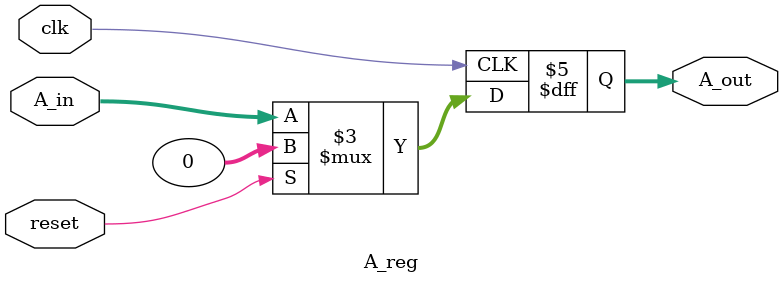
<source format=v>
`timescale 1ns / 1ps
module A_reg( A_in, A_out, reset, clk
    );
	 input [31:0] A_in;
	 input reset, clk;
	 output reg [31:0] A_out;

	always@(posedge clk)
		begin
			if(reset)
			begin
			A_out <= 32'd0;
			end
			else
			begin
			A_out <= A_in;
			end
		end
endmodule


</source>
